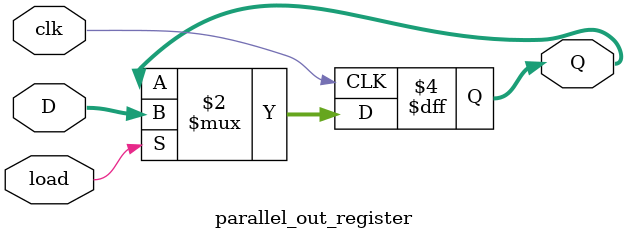
<source format=v>
`timescale 1ns / 1ps


module parallel_out_register
#(parameter WIDTH = 3)
(
    input clk,
    input load,
    input [(WIDTH-1):0] D,
    output reg [(WIDTH-1):0] Q
);
    
    always @(posedge clk) begin
        if (load) begin
            Q <= D;
        end
    end
endmodule

</source>
